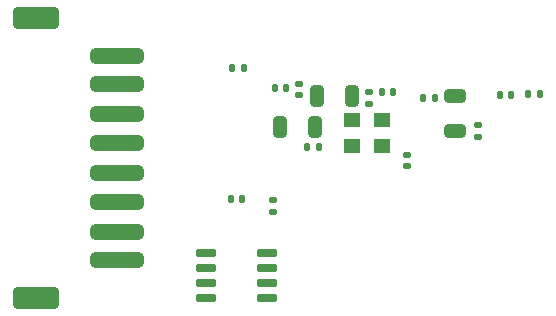
<source format=gbr>
%TF.GenerationSoftware,KiCad,Pcbnew,8.0.4*%
%TF.CreationDate,2024-09-17T19:17:59+01:00*%
%TF.ProjectId,ADE_Aux_V4,4144455f-4175-4785-9f56-342e6b696361,rev?*%
%TF.SameCoordinates,Original*%
%TF.FileFunction,Paste,Bot*%
%TF.FilePolarity,Positive*%
%FSLAX46Y46*%
G04 Gerber Fmt 4.6, Leading zero omitted, Abs format (unit mm)*
G04 Created by KiCad (PCBNEW 8.0.4) date 2024-09-17 19:17:59*
%MOMM*%
%LPD*%
G01*
G04 APERTURE LIST*
G04 Aperture macros list*
%AMRoundRect*
0 Rectangle with rounded corners*
0 $1 Rounding radius*
0 $2 $3 $4 $5 $6 $7 $8 $9 X,Y pos of 4 corners*
0 Add a 4 corners polygon primitive as box body*
4,1,4,$2,$3,$4,$5,$6,$7,$8,$9,$2,$3,0*
0 Add four circle primitives for the rounded corners*
1,1,$1+$1,$2,$3*
1,1,$1+$1,$4,$5*
1,1,$1+$1,$6,$7*
1,1,$1+$1,$8,$9*
0 Add four rect primitives between the rounded corners*
20,1,$1+$1,$2,$3,$4,$5,0*
20,1,$1+$1,$4,$5,$6,$7,0*
20,1,$1+$1,$6,$7,$8,$9,0*
20,1,$1+$1,$8,$9,$2,$3,0*%
G04 Aperture macros list end*
%ADD10RoundRect,0.250000X0.325000X0.650000X-0.325000X0.650000X-0.325000X-0.650000X0.325000X-0.650000X0*%
%ADD11R,1.400000X1.200000*%
%ADD12RoundRect,0.325000X1.925000X-0.325000X1.925000X0.325000X-1.925000X0.325000X-1.925000X-0.325000X0*%
%ADD13RoundRect,0.300001X1.649999X-0.599999X1.649999X0.599999X-1.649999X0.599999X-1.649999X-0.599999X0*%
%ADD14RoundRect,0.140000X0.140000X0.170000X-0.140000X0.170000X-0.140000X-0.170000X0.140000X-0.170000X0*%
%ADD15RoundRect,0.140000X0.170000X-0.140000X0.170000X0.140000X-0.170000X0.140000X-0.170000X-0.140000X0*%
%ADD16RoundRect,0.140000X-0.140000X-0.170000X0.140000X-0.170000X0.140000X0.170000X-0.140000X0.170000X0*%
%ADD17RoundRect,0.135000X-0.135000X-0.185000X0.135000X-0.185000X0.135000X0.185000X-0.135000X0.185000X0*%
%ADD18RoundRect,0.250000X-0.650000X0.325000X-0.650000X-0.325000X0.650000X-0.325000X0.650000X0.325000X0*%
%ADD19RoundRect,0.140000X-0.170000X0.140000X-0.170000X-0.140000X0.170000X-0.140000X0.170000X0.140000X0*%
%ADD20RoundRect,0.135000X-0.185000X0.135000X-0.185000X-0.135000X0.185000X-0.135000X0.185000X0.135000X0*%
%ADD21RoundRect,0.150000X-0.725000X-0.150000X0.725000X-0.150000X0.725000X0.150000X-0.725000X0.150000X0*%
%ADD22RoundRect,0.250000X-0.325000X-0.650000X0.325000X-0.650000X0.325000X0.650000X-0.325000X0.650000X0*%
G04 APERTURE END LIST*
D10*
%TO.C,C20*%
X5975000Y32375000D03*
X3025000Y32375000D03*
%TD*%
D11*
%TO.C,Y2*%
X11707500Y30725000D03*
X9167500Y30725000D03*
X9167500Y32925000D03*
X11707500Y32925000D03*
%TD*%
D12*
%TO.C,J1*%
X-10750000Y38400000D03*
X-10750000Y36000000D03*
X-10750000Y33500000D03*
X-10750000Y31000000D03*
X-10750000Y28500000D03*
X-10750000Y26000000D03*
X-10750000Y23500000D03*
X-10750000Y21125000D03*
D13*
X-17600000Y41600000D03*
X-17600000Y17900000D03*
%TD*%
D14*
%TO.C,C28*%
X-28000Y37388800D03*
X-988000Y37388800D03*
%TD*%
%TO.C,C30*%
X3530600Y35636200D03*
X2570600Y35636200D03*
%TD*%
D15*
%TO.C,C23*%
X4648200Y35054600D03*
X4648200Y36014600D03*
%TD*%
D16*
%TO.C,C15*%
X11638400Y35306000D03*
X12598400Y35306000D03*
%TD*%
D17*
%TO.C,R1*%
X24001000Y35128200D03*
X25021000Y35128200D03*
%TD*%
D18*
%TO.C,C22*%
X17856200Y35003000D03*
X17856200Y32053000D03*
%TD*%
D14*
%TO.C,C27*%
X-152400Y26238200D03*
X-1112400Y26238200D03*
%TD*%
%TO.C,C1*%
X22603400Y35102800D03*
X21643400Y35102800D03*
%TD*%
D19*
%TO.C,C17*%
X10541000Y35303400D03*
X10541000Y34343400D03*
%TD*%
%TO.C,C14*%
X13775000Y29980000D03*
X13775000Y29020000D03*
%TD*%
D20*
%TO.C,R27*%
X19812000Y32539400D03*
X19812000Y31519400D03*
%TD*%
D19*
%TO.C,C29*%
X2438400Y26159400D03*
X2438400Y25199400D03*
%TD*%
D14*
%TO.C,C19*%
X6322000Y30683200D03*
X5362000Y30683200D03*
%TD*%
D21*
%TO.C,U4*%
X-3235000Y17925000D03*
X-3235000Y19195000D03*
X-3235000Y20465000D03*
X-3235000Y21735000D03*
X1915000Y21735000D03*
X1915000Y20465000D03*
X1915000Y19195000D03*
X1915000Y17925000D03*
%TD*%
D22*
%TO.C,C24*%
X6195800Y35026600D03*
X9145800Y35026600D03*
%TD*%
D14*
%TO.C,C21*%
X16126400Y34823400D03*
X15166400Y34823400D03*
%TD*%
M02*

</source>
